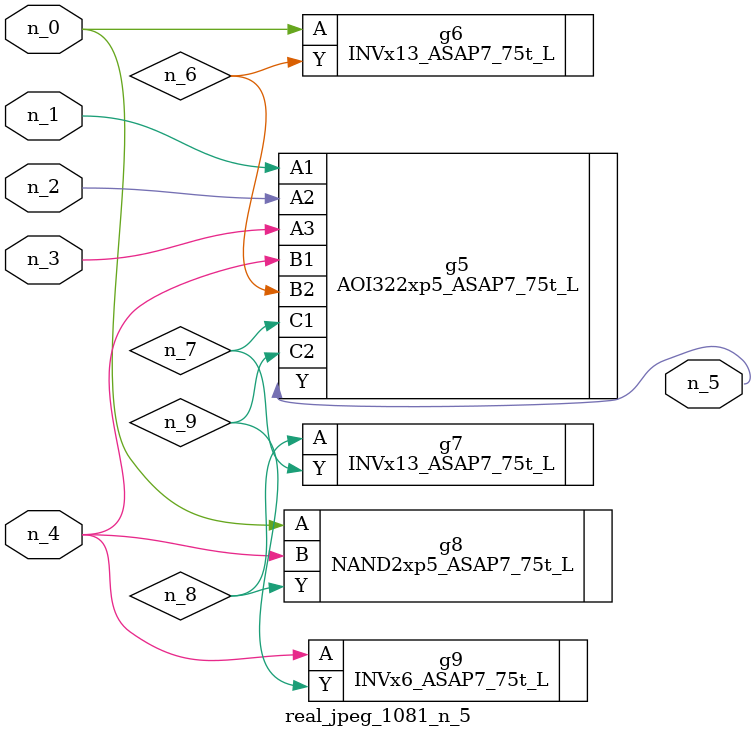
<source format=v>
module real_jpeg_1081_n_5 (n_4, n_0, n_1, n_2, n_3, n_5);

input n_4;
input n_0;
input n_1;
input n_2;
input n_3;

output n_5;

wire n_8;
wire n_6;
wire n_7;
wire n_9;

INVx13_ASAP7_75t_L g6 ( 
.A(n_0),
.Y(n_6)
);

NAND2xp5_ASAP7_75t_L g8 ( 
.A(n_0),
.B(n_4),
.Y(n_8)
);

AOI322xp5_ASAP7_75t_L g5 ( 
.A1(n_1),
.A2(n_2),
.A3(n_3),
.B1(n_4),
.B2(n_6),
.C1(n_7),
.C2(n_9),
.Y(n_5)
);

INVx6_ASAP7_75t_L g9 ( 
.A(n_4),
.Y(n_9)
);

INVx13_ASAP7_75t_L g7 ( 
.A(n_8),
.Y(n_7)
);


endmodule
</source>
